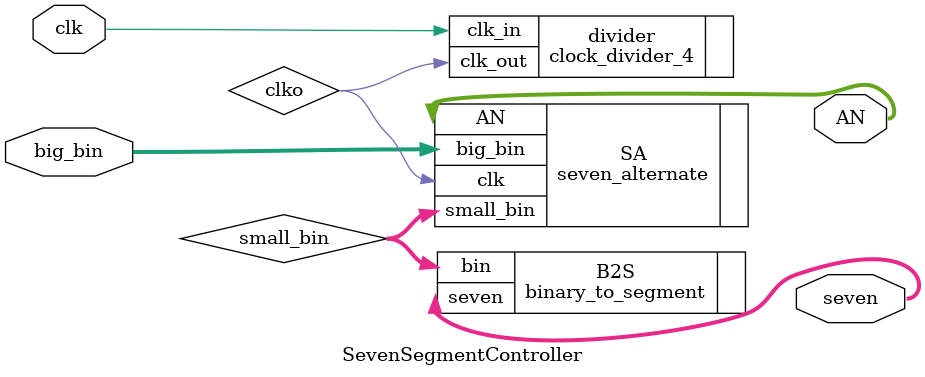
<source format=v>
`timescale 1ns / 1ps
module SevenSegmentController(clk, seven , AN, big_bin);
   input [15:0] big_bin;
	input clk;
	output [6:0] seven;
	output [3:0] AN;
	
	//initial 
	//big_bin = 16'b0000010011000011;
	
	
	wire clko;
	clock_divider_4 divider(.clk_out(clko), .clk_in(clk));
	
	wire [3:0] small_bin;
	
	seven_alternate  SA   (.big_bin(big_bin) , .small_bin(small_bin) , .AN(AN), .clk(clko));
	
	binary_to_segment B2S  (.bin(small_bin)   , .seven(seven)/*         ,          .clk(clk)*/);

	
	

endmodule

</source>
